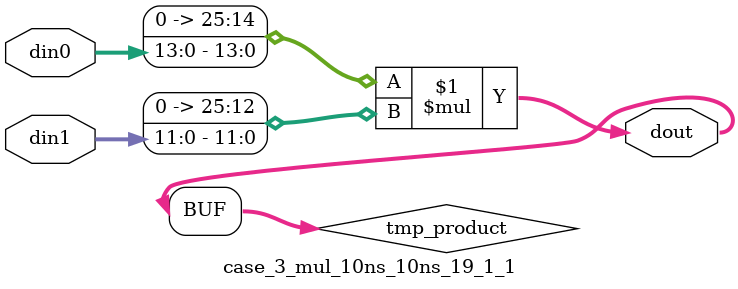
<source format=v>

`timescale 1 ns / 1 ps

 (* use_dsp = "no" *)  module case_3_mul_10ns_10ns_19_1_1(din0, din1, dout);
parameter ID = 1;
parameter NUM_STAGE = 0;
parameter din0_WIDTH = 14;
parameter din1_WIDTH = 12;
parameter dout_WIDTH = 26;

input [din0_WIDTH - 1 : 0] din0; 
input [din1_WIDTH - 1 : 0] din1; 
output [dout_WIDTH - 1 : 0] dout;

wire signed [dout_WIDTH - 1 : 0] tmp_product;
























assign tmp_product = $signed({1'b0, din0}) * $signed({1'b0, din1});











assign dout = tmp_product;





















endmodule

</source>
